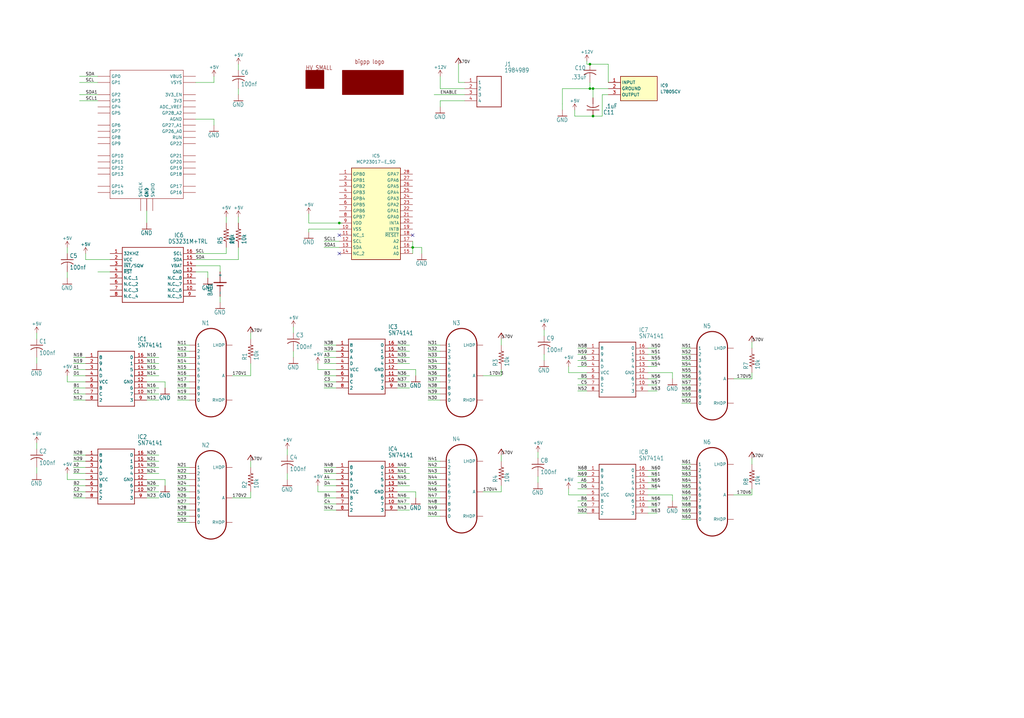
<source format=kicad_sch>
(kicad_sch (version 20230121) (generator eeschema)
  (paper "User" 425.45 298.45)
  (junction (at 245.11 36.83))
  (junction (at 246.38 36.83))
  (junction (at 245.11 26.67))
  (junction (at 246.38 48.26))
  (junction (at 140.97 92.71))
  (junction (at 171.45 102.87))
  (no_connect (at 171.45 97.79))
  (no_connect (at 140.97 105.41))
  (no_connect (at 140.97 97.79))
  (wire (pts (xy 269.24 210.82) (xy 273.05 210.82)))
  (wire (pts (xy 104.14 194.31) (xy 104.14 191.77)) (stroke (width 0.1524)))
  (wire (pts (xy 279.4 154.94) (xy 279.4 157.48)) (stroke (width 0.1524)))
  (wire (pts (xy 182.88 146.05) (xy 177.8 146.05)) (stroke (width 0.1524)))
  (wire (pts (xy 252.73 39.37) (xy 250.19 39.37)))
  (wire (pts (xy 78.74 156.21) (xy 73.66 156.21)) (stroke (width 0.1524)))
  (wire (pts (xy 81.28 105.41) (xy 93.98 105.41)) (stroke (width 0.1524)))
  (wire (pts (xy 283.21 215.9) (xy 287.02 215.9)))
  (wire (pts (xy 78.74 143.51) (xy 73.66 143.51)) (stroke (width 0.1524)))
  (wire (pts (xy 283.21 210.82) (xy 287.02 210.82)))
  (wire (pts (xy 182.88 204.47) (xy 177.8 204.47)) (stroke (width 0.1524)))
  (wire (pts (xy 240.03 144.78) (xy 243.84 144.78)))
  (wire (pts (xy 15.24 186.69) (xy 15.24 184.15)) (stroke (width 0.1524)))
  (wire (pts (xy 312.42 203.2) (xy 312.42 205.74)))
  (wire (pts (xy 208.28 204.47) (xy 208.28 201.93)) (stroke (width 0.1524)))
  (wire (pts (xy 165.1 194.31) (xy 170.18 194.31)) (stroke (width 0.1524)))
  (wire (pts (xy 269.24 162.56) (xy 273.05 162.56)))
  (wire (pts (xy 165.1 199.39) (xy 170.18 199.39)) (stroke (width 0.1524)))
  (wire (pts (xy 182.88 163.83) (xy 177.8 163.83)) (stroke (width 0.1524)))
  (wire (pts (xy 182.88 209.55) (xy 177.8 209.55)) (stroke (width 0.1524)))
  (wire (pts (xy 78.74 209.55) (xy 73.66 209.55)) (stroke (width 0.1524)))
  (wire (pts (xy 60.96 161.29) (xy 66.04 161.29)) (stroke (width 0.1524)))
  (wire (pts (xy 165.1 156.21) (xy 170.18 156.21)) (stroke (width 0.1524)))
  (wire (pts (xy 128.27 95.25) (xy 128.27 96.52)))
  (wire (pts (xy 240.03 195.58) (xy 243.84 195.58)))
  (wire (pts (xy 78.74 161.29) (xy 73.66 161.29)) (stroke (width 0.1524)))
  (wire (pts (xy 86.36 113.03) (xy 86.36 115.57)) (stroke (width 0.1524)))
  (wire (pts (xy 99.06 36.83) (xy 99.06 39.37)) (stroke (width 0.1524)))
  (wire (pts (xy 182.88 36.83) (xy 182.88 31.75)) (stroke (width 0.1524)))
  (wire (pts (xy 240.03 203.2) (xy 243.84 203.2)))
  (wire (pts (xy 139.7 196.85) (xy 134.62 196.85)) (stroke (width 0.1524)))
  (wire (pts (xy 283.21 162.56) (xy 287.02 162.56)))
  (wire (pts (xy 134.62 100.33) (xy 140.97 100.33)))
  (wire (pts (xy 236.22 205.74) (xy 236.22 203.2)) (stroke (width 0.1524)))
  (wire (pts (xy 233.68 36.83) (xy 233.68 43.18)))
  (wire (pts (xy 45.72 113.03) (xy 40.64 113.03)) (stroke (width 0.1524)))
  (wire (pts (xy 269.24 144.78) (xy 273.05 144.78)))
  (wire (pts (xy 246.38 36.83) (xy 252.73 36.83)))
  (wire (pts (xy 81.28 110.49) (xy 91.44 110.49)) (stroke (width 0.1524)))
  (wire (pts (xy 269.24 205.74) (xy 279.4 205.74)) (stroke (width 0.1524)))
  (wire (pts (xy 165.1 196.85) (xy 170.18 196.85)) (stroke (width 0.1524)))
  (wire (pts (xy 88.9 34.29) (xy 88.9 31.75)) (stroke (width 0.1524)))
  (wire (pts (xy 165.1 148.59) (xy 170.18 148.59)) (stroke (width 0.1524)))
  (wire (pts (xy 226.06 139.7) (xy 226.06 137.16)) (stroke (width 0.1524)))
  (wire (pts (xy 35.56 196.85) (xy 30.48 196.85)) (stroke (width 0.1524)))
  (wire (pts (xy 78.74 199.39) (xy 73.66 199.39)) (stroke (width 0.1524)))
  (wire (pts (xy 182.88 161.29) (xy 177.8 161.29)) (stroke (width 0.1524)))
  (wire (pts (xy 182.88 194.31) (xy 177.8 194.31)) (stroke (width 0.1524)))
  (wire (pts (xy 139.7 199.39) (xy 134.62 199.39)) (stroke (width 0.1524)))
  (wire (pts (xy 243.84 154.94) (xy 236.22 154.94)) (stroke (width 0.1524)))
  (wire (pts (xy 134.62 102.87) (xy 140.97 102.87)))
  (wire (pts (xy 165.1 161.29) (xy 170.18 161.29)) (stroke (width 0.1524)))
  (wire (pts (xy 88.9 49.53) (xy 88.9 52.07)) (stroke (width 0.1524)))
  (wire (pts (xy 238.76 45.72) (xy 238.76 48.26)))
  (wire (pts (xy 233.68 43.18) (xy 233.68 45.72)) (stroke (width 0.1524)))
  (wire (pts (xy 200.66 204.47) (xy 208.28 204.47)) (stroke (width 0.1524)))
  (wire (pts (xy 182.88 212.09) (xy 177.8 212.09)) (stroke (width 0.1524)))
  (wire (pts (xy 93.98 92.71) (xy 93.98 90.17)) (stroke (width 0.1524)))
  (wire (pts (xy 139.7 148.59) (xy 134.62 148.59)) (stroke (width 0.1524)))
  (wire (pts (xy 15.24 194.31) (xy 15.24 196.85)) (stroke (width 0.1524)))
  (wire (pts (xy 190.5 34.29) (xy 193.04 34.29)) (stroke (width 0.1524)))
  (wire (pts (xy 240.03 149.86) (xy 243.84 149.86)))
  (wire (pts (xy 139.7 212.09) (xy 134.62 212.09)) (stroke (width 0.1524)))
  (wire (pts (xy 193.04 41.91) (xy 182.88 41.91)) (stroke (width 0.1524)))
  (wire (pts (xy 60.96 151.13) (xy 66.04 151.13)) (stroke (width 0.1524)))
  (wire (pts (xy 139.7 161.29) (xy 134.62 161.29)) (stroke (width 0.1524)))
  (wire (pts (xy 132.08 153.67) (xy 132.08 151.13)) (stroke (width 0.1524)))
  (wire (pts (xy 269.24 203.2) (xy 273.05 203.2)))
  (wire (pts (xy 27.94 199.39) (xy 27.94 196.85)) (stroke (width 0.1524)))
  (wire (pts (xy 283.21 203.2) (xy 287.02 203.2)))
  (wire (pts (xy 78.74 196.85) (xy 73.66 196.85)) (stroke (width 0.1524)))
  (wire (pts (xy 78.74 194.31) (xy 73.66 194.31)) (stroke (width 0.1524)))
  (wire (pts (xy 182.88 148.59) (xy 177.8 148.59)) (stroke (width 0.1524)))
  (wire (pts (xy 139.7 151.13) (xy 134.62 151.13)) (stroke (width 0.1524)))
  (wire (pts (xy 30.48 163.83) (xy 35.56 163.83)) (stroke (width 0.1524)))
  (wire (pts (xy 40.64 31.75) (xy 33.02 31.75)) (stroke (width 0.1524)))
  (wire (pts (xy 78.74 204.47) (xy 73.66 204.47)) (stroke (width 0.1524)))
  (wire (pts (xy 269.24 152.4) (xy 273.05 152.4)))
  (wire (pts (xy 78.74 151.13) (xy 73.66 151.13)) (stroke (width 0.1524)))
  (wire (pts (xy 165.1 204.47) (xy 172.72 204.47)) (stroke (width 0.1524)))
  (wire (pts (xy 245.11 26.67) (xy 252.73 26.67)))
  (wire (pts (xy 190.5 26.67) (xy 190.5 34.29)) (stroke (width 0.1524)))
  (wire (pts (xy 243.84 205.74) (xy 236.22 205.74)) (stroke (width 0.1524)))
  (wire (pts (xy 35.56 158.75) (xy 27.94 158.75)) (stroke (width 0.1524)))
  (wire (pts (xy 139.7 146.05) (xy 134.62 146.05)) (stroke (width 0.1524)))
  (wire (pts (xy 165.1 201.93) (xy 170.18 201.93)) (stroke (width 0.1524)))
  (wire (pts (xy 182.88 158.75) (xy 177.8 158.75)) (stroke (width 0.1524)))
  (wire (pts (xy 283.21 154.94) (xy 287.02 154.94)))
  (wire (pts (xy 35.56 148.59) (xy 30.48 148.59)) (stroke (width 0.1524)))
  (wire (pts (xy 104.14 207.01) (xy 104.14 204.47)) (stroke (width 0.1524)))
  (wire (pts (xy 66.04 194.31) (xy 60.96 194.31)) (stroke (width 0.1524)))
  (wire (pts (xy 269.24 147.32) (xy 273.05 147.32)))
  (wire (pts (xy 165.1 143.51) (xy 170.18 143.51)) (stroke (width 0.1524)))
  (wire (pts (xy 238.76 48.26) (xy 246.38 48.26)))
  (wire (pts (xy 283.21 157.48) (xy 287.02 157.48)))
  (wire (pts (xy 139.7 153.67) (xy 132.08 153.67)) (stroke (width 0.1524)))
  (wire (pts (xy 134.62 209.55) (xy 139.7 209.55)) (stroke (width 0.1524)))
  (wire (pts (xy 78.74 212.09) (xy 73.66 212.09)) (stroke (width 0.1524)))
  (wire (pts (xy 139.7 204.47) (xy 132.08 204.47)) (stroke (width 0.1524)))
  (wire (pts (xy 139.7 158.75) (xy 134.62 158.75)) (stroke (width 0.1524)))
  (wire (pts (xy 93.98 105.41) (xy 93.98 102.87)) (stroke (width 0.1524)))
  (wire (pts (xy 283.21 205.74) (xy 287.02 205.74)))
  (wire (pts (xy 182.88 214.63) (xy 177.8 214.63)) (stroke (width 0.1524)))
  (wire (pts (xy 279.4 205.74) (xy 279.4 208.28)) (stroke (width 0.1524)))
  (wire (pts (xy 171.45 100.33) (xy 171.45 102.87)))
  (wire (pts (xy 252.73 26.67) (xy 252.73 34.29)))
  (wire (pts (xy 269.24 208.28) (xy 273.05 208.28)))
  (wire (pts (xy 139.7 201.93) (xy 134.62 201.93)) (stroke (width 0.1524)))
  (wire (pts (xy 182.88 196.85) (xy 177.8 196.85)) (stroke (width 0.1524)))
  (wire (pts (xy 78.74 163.83) (xy 73.66 163.83)) (stroke (width 0.1524)))
  (wire (pts (xy 78.74 148.59) (xy 73.66 148.59)) (stroke (width 0.1524)))
  (wire (pts (xy 240.03 152.4) (xy 243.84 152.4)))
  (wire (pts (xy 208.28 143.51) (xy 208.28 140.97)) (stroke (width 0.1524)))
  (wire (pts (xy 60.96 207.01) (xy 66.04 207.01)) (stroke (width 0.1524)))
  (wire (pts (xy 283.21 193.04) (xy 287.02 193.04)))
  (wire (pts (xy 283.21 213.36) (xy 287.02 213.36)))
  (wire (pts (xy 78.74 146.05) (xy 73.66 146.05)) (stroke (width 0.1524)))
  (wire (pts (xy 33.02 41.91) (xy 40.64 41.91)))
  (wire (pts (xy 60.96 153.67) (xy 66.04 153.67)) (stroke (width 0.1524)))
  (wire (pts (xy 139.7 207.01) (xy 134.62 207.01)) (stroke (width 0.1524)))
  (wire (pts (xy 246.38 36.83) (xy 246.38 40.64)))
  (wire (pts (xy 236.22 154.94) (xy 236.22 152.4)) (stroke (width 0.1524)))
  (wire (pts (xy 175.26 102.87) (xy 175.26 105.41)))
  (wire (pts (xy 78.74 166.37) (xy 73.66 166.37)) (stroke (width 0.1524)))
  (wire (pts (xy 60.96 196.85) (xy 66.04 196.85)) (stroke (width 0.1524)))
  (wire (pts (xy 99.06 92.71) (xy 99.06 90.17)) (stroke (width 0.1524)))
  (wire (pts (xy 283.21 152.4) (xy 287.02 152.4)))
  (wire (pts (xy 312.42 144.78) (xy 312.42 142.24)) (stroke (width 0.1524)))
  (wire (pts (xy 240.03 208.28) (xy 243.84 208.28)))
  (wire (pts (xy 35.56 166.37) (xy 30.48 166.37)) (stroke (width 0.1524)))
  (wire (pts (xy 165.1 151.13) (xy 170.18 151.13)) (stroke (width 0.1524)))
  (wire (pts (xy 245.11 34.29) (xy 245.11 36.83)))
  (wire (pts (xy 35.56 153.67) (xy 30.48 153.67)) (stroke (width 0.1524)))
  (wire (pts (xy 182.88 156.21) (xy 177.8 156.21)) (stroke (width 0.1524)))
  (wire (pts (xy 182.88 153.67) (xy 177.8 153.67)) (stroke (width 0.1524)))
  (wire (pts (xy 40.64 34.29) (xy 33.02 34.29)) (stroke (width 0.1524)))
  (wire (pts (xy 165.1 158.75) (xy 170.18 158.75)) (stroke (width 0.1524)))
  (wire (pts (xy 269.24 157.48) (xy 273.05 157.48)))
  (wire (pts (xy 119.38 189.23) (xy 119.38 186.69)) (stroke (width 0.1524)))
  (wire (pts (xy 269.24 195.58) (xy 273.05 195.58)))
  (wire (pts (xy 132.08 204.47) (xy 132.08 201.93)) (stroke (width 0.1524)))
  (wire (pts (xy 91.44 123.19) (xy 91.44 125.73)) (stroke (width 0.1524)))
  (wire (pts (xy 240.03 198.12) (xy 243.84 198.12)))
  (wire (pts (xy 165.1 146.05) (xy 170.18 146.05)) (stroke (width 0.1524)))
  (wire (pts (xy 283.21 144.78) (xy 287.02 144.78)))
  (wire (pts (xy 15.24 140.97) (xy 15.24 138.43)) (stroke (width 0.1524)))
  (wire (pts (xy 35.56 207.01) (xy 30.48 207.01)) (stroke (width 0.1524)))
  (wire (pts (xy 246.38 48.26) (xy 250.19 48.26)))
  (wire (pts (xy 60.96 148.59) (xy 66.04 148.59)) (stroke (width 0.1524)))
  (wire (pts (xy 245.11 36.83) (xy 246.38 36.83)))
  (wire (pts (xy 99.06 107.95) (xy 99.06 102.87)) (stroke (width 0.1524)))
  (wire (pts (xy 269.24 154.94) (xy 279.4 154.94)) (stroke (width 0.1524)))
  (wire (pts (xy 35.56 191.77) (xy 30.48 191.77)) (stroke (width 0.1524)))
  (wire (pts (xy 35.56 151.13) (xy 30.48 151.13)) (stroke (width 0.1524)))
  (wire (pts (xy 193.04 39.37) (xy 180.34 39.37)) (stroke (width 0.1524)))
  (wire (pts (xy 283.21 200.66) (xy 287.02 200.66)))
  (wire (pts (xy 165.1 209.55) (xy 170.18 209.55)) (stroke (width 0.1524)))
  (wire (pts (xy 182.88 41.91) (xy 182.88 44.45)) (stroke (width 0.1524)))
  (wire (pts (xy 182.88 207.01) (xy 177.8 207.01)) (stroke (width 0.1524)))
  (wire (pts (xy 60.96 199.39) (xy 68.58 199.39)) (stroke (width 0.1524)))
  (wire (pts (xy 78.74 217.17) (xy 73.66 217.17)) (stroke (width 0.1524)))
  (wire (pts (xy 312.42 193.04) (xy 312.42 190.5)) (stroke (width 0.1524)))
  (wire (pts (xy 81.28 113.03) (xy 86.36 113.03)) (stroke (width 0.1524)))
  (wire (pts (xy 269.24 213.36) (xy 273.05 213.36)))
  (wire (pts (xy 35.56 199.39) (xy 27.94 199.39)) (stroke (width 0.1524)))
  (wire (pts (xy 283.21 160.02) (xy 287.02 160.02)))
  (wire (pts (xy 60.96 166.37) (xy 66.04 166.37)) (stroke (width 0.1524)))
  (wire (pts (xy 96.52 156.21) (xy 104.14 156.21)) (stroke (width 0.1524)))
  (wire (pts (xy 165.1 153.67) (xy 172.72 153.67)) (stroke (width 0.1524)))
  (wire (pts (xy 60.96 201.93) (xy 66.04 201.93)) (stroke (width 0.1524)))
  (wire (pts (xy 33.02 39.37) (xy 40.64 39.37)))
  (wire (pts (xy 60.96 204.47) (xy 66.04 204.47)) (stroke (width 0.1524)))
  (wire (pts (xy 78.74 214.63) (xy 73.66 214.63)) (stroke (width 0.1524)))
  (wire (pts (xy 35.56 161.29) (xy 30.48 161.29)) (stroke (width 0.1524)))
  (wire (pts (xy 139.7 194.31) (xy 134.62 194.31)) (stroke (width 0.1524)))
  (wire (pts (xy 139.7 143.51) (xy 134.62 143.51)) (stroke (width 0.1524)))
  (wire (pts (xy 81.28 49.53) (xy 88.9 49.53)) (stroke (width 0.1524)))
  (wire (pts (xy 60.96 191.77) (xy 66.04 191.77)) (stroke (width 0.1524)))
  (wire (pts (xy 283.21 149.86) (xy 287.02 149.86)))
  (wire (pts (xy 104.14 156.21) (xy 104.14 151.13)) (stroke (width 0.1524)))
  (wire (pts (xy 200.66 156.21) (xy 208.28 156.21)) (stroke (width 0.1524)))
  (wire (pts (xy 240.03 157.48) (xy 243.84 157.48)))
  (wire (pts (xy 139.7 156.21) (xy 134.62 156.21)) (stroke (width 0.1524)))
  (wire (pts (xy 45.72 107.95) (xy 35.56 107.95)) (stroke (width 0.1524)))
  (wire (pts (xy 27.94 113.03) (xy 27.94 115.57)) (stroke (width 0.1524)))
  (wire (pts (xy 35.56 204.47) (xy 30.48 204.47)) (stroke (width 0.1524)))
  (wire (pts (xy 182.88 201.93) (xy 177.8 201.93)) (stroke (width 0.1524)))
  (wire (pts (xy 283.21 167.64) (xy 287.02 167.64)))
  (wire (pts (xy 35.56 156.21) (xy 30.48 156.21)) (stroke (width 0.1524)))
  (wire (pts (xy 81.28 107.95) (xy 99.06 107.95)) (stroke (width 0.1524)))
  (wire (pts (xy 240.03 162.56) (xy 243.84 162.56)))
  (wire (pts (xy 226.06 147.32) (xy 226.06 149.86)) (stroke (width 0.1524)))
  (wire (pts (xy 99.06 29.21) (xy 99.06 26.67)) (stroke (width 0.1524)))
  (wire (pts (xy 269.24 198.12) (xy 273.05 198.12)))
  (wire (pts (xy 60.96 156.21) (xy 66.04 156.21)) (stroke (width 0.1524)))
  (wire (pts (xy 60.96 158.75) (xy 68.58 158.75)) (stroke (width 0.1524)))
  (wire (pts (xy 233.68 36.83) (xy 245.11 36.83)))
  (wire (pts (xy 240.03 200.66) (xy 243.84 200.66)))
  (wire (pts (xy 243.84 26.67) (xy 245.11 26.67)))
  (wire (pts (xy 60.96 87.63) (xy 60.96 92.71)) (stroke (width 0.1524)))
  (wire (pts (xy 15.24 148.59) (xy 15.24 151.13)) (stroke (width 0.1524)))
  (wire (pts (xy 269.24 200.66) (xy 273.05 200.66)))
  (wire (pts (xy 283.21 195.58) (xy 287.02 195.58)))
  (wire (pts (xy 269.24 160.02) (xy 273.05 160.02)))
  (wire (pts (xy 182.88 166.37) (xy 177.8 166.37)) (stroke (width 0.1524)))
  (wire (pts (xy 283.21 208.28) (xy 287.02 208.28)))
  (wire (pts (xy 104.14 140.97) (xy 104.14 138.43)) (stroke (width 0.1524)))
  (wire (pts (xy 27.94 158.75) (xy 27.94 156.21)) (stroke (width 0.1524)))
  (wire (pts (xy 240.03 160.02) (xy 243.84 160.02)))
  (wire (pts (xy 240.03 213.36) (xy 243.84 213.36)))
  (wire (pts (xy 223.52 190.5) (xy 223.52 187.96)) (stroke (width 0.1524)))
  (wire (pts (xy 121.92 138.43) (xy 121.92 135.89)) (stroke (width 0.1524)))
  (wire (pts (xy 171.45 102.87) (xy 171.45 105.41)))
  (wire (pts (xy 119.38 196.85) (xy 119.38 199.39)) (stroke (width 0.1524)))
  (wire (pts (xy 165.1 207.01) (xy 170.18 207.01)) (stroke (width 0.1524)))
  (wire (pts (xy 182.88 143.51) (xy 177.8 143.51)) (stroke (width 0.1524)))
  (wire (pts (xy 140.97 95.25) (xy 128.27 95.25)))
  (wire (pts (xy 35.56 107.95) (xy 35.56 105.41)) (stroke (width 0.1524)))
  (wire (pts (xy 96.52 207.01) (xy 104.14 207.01)) (stroke (width 0.1524)))
  (wire (pts (xy 240.03 210.82) (xy 243.84 210.82)))
  (wire (pts (xy 78.74 201.93) (xy 73.66 201.93)) (stroke (width 0.1524)))
  (wire (pts (xy 27.94 105.41) (xy 27.94 102.87)) (stroke (width 0.1524)))
  (wire (pts (xy 240.03 147.32) (xy 243.84 147.32)))
  (wire (pts (xy 142.24 92.71) (xy 140.97 92.71)))
  (wire (pts (xy 283.21 147.32) (xy 287.02 147.32)))
  (wire (pts (xy 165.1 212.09) (xy 170.18 212.09)) (stroke (width 0.1524)))
  (wire (pts (xy 269.24 149.86) (xy 273.05 149.86)))
  (wire (pts (xy 35.56 189.23) (xy 30.48 189.23)) (stroke (width 0.1524)))
  (wire (pts (xy 78.74 153.67) (xy 73.66 153.67)) (stroke (width 0.1524)))
  (wire (pts (xy 208.28 191.77) (xy 208.28 189.23)) (stroke (width 0.1524)))
  (wire (pts (xy 250.19 39.37) (xy 250.19 48.26)))
  (wire (pts (xy 68.58 158.75) (xy 68.58 161.29)) (stroke (width 0.1524)))
  (wire (pts (xy 312.42 157.48) (xy 304.8 157.48)))
  (wire (pts (xy 182.88 199.39) (xy 177.8 199.39)) (stroke (width 0.1524)))
  (wire (pts (xy 243.84 25.4) (xy 243.84 26.67)))
  (wire (pts (xy 182.88 151.13) (xy 177.8 151.13)) (stroke (width 0.1524)))
  (wire (pts (xy 172.72 153.67) (xy 172.72 156.21)) (stroke (width 0.1524)))
  (wire (pts (xy 81.28 34.29) (xy 88.9 34.29)) (stroke (width 0.1524)))
  (wire (pts (xy 91.44 110.49) (xy 91.44 113.03)) (stroke (width 0.1524)))
  (wire (pts (xy 78.74 158.75) (xy 73.66 158.75)) (stroke (width 0.1524)))
  (wire (pts (xy 171.45 102.87) (xy 175.26 102.87)))
  (wire (pts (xy 68.58 199.39) (xy 68.58 201.93)) (stroke (width 0.1524)))
  (wire (pts (xy 182.88 36.83) (xy 193.04 36.83)) (stroke (width 0.1524)))
  (wire (pts (xy 78.74 207.01) (xy 73.66 207.01)) (stroke (width 0.1524)))
  (wire (pts (xy 60.96 163.83) (xy 66.04 163.83)) (stroke (width 0.1524)))
  (wire (pts (xy 35.56 194.31) (xy 30.48 194.31)) (stroke (width 0.1524)))
  (wire (pts (xy 304.8 205.74) (xy 312.42 205.74)))
  (wire (pts (xy 172.72 204.47) (xy 172.72 207.01)) (stroke (width 0.1524)))
  (wire (pts (xy 140.97 92.71) (xy 128.27 92.71)))
  (wire (pts (xy 223.52 198.12) (xy 223.52 200.66)) (stroke (width 0.1524)))
  (wire (pts (xy 35.56 201.93) (xy 30.48 201.93)) (stroke (width 0.1524)))
  (wire (pts (xy 121.92 146.05) (xy 121.92 148.59)) (stroke (width 0.1524)))
  (wire (pts (xy 60.96 189.23) (xy 66.04 189.23)) (stroke (width 0.1524)))
  (wire (pts (xy 128.27 88.9) (xy 128.27 92.71)))
  (wire (pts (xy 182.88 191.77) (xy 177.8 191.77)) (stroke (width 0.1524)))
  (wire (pts (xy 312.42 154.94) (xy 312.42 157.48)))
  (wire (pts (xy 208.28 156.21) (xy 208.28 153.67)) (stroke (width 0.1524)))
  (wire (pts (xy 283.21 165.1) (xy 287.02 165.1)))
  (wire (pts (xy 283.21 198.12) (xy 287.02 198.12)))
  (label "N29" (at 30.48 191.77 0) (effects (font (size 1.2446 1.2446))))
  (label "N27" (at 73.66 209.55 0) (effects (font (size 1.2446 1.2446))))
  (label "N51" (at 283.21 144.78 0))
  (label "N20" (at 60.96 189.23 0) (effects (font (size 1.2446 1.2446))))
  (label "N26" (at 73.66 207.01 0) (effects (font (size 1.2446 1.2446))))
  (label "N17" (at 60.96 163.83 0) (effects (font (size 1.2446 1.2446))))
  (label "N37" (at 177.8 158.75 0) (effects (font (size 1.2446 1.2446))))
  (label "N15" (at 60.96 153.67 0) (effects (font (size 1.2446 1.2446))))
  (label "N60" (at 283.21 215.9 0))
  (label "170V" (at 312.42 190.5 0) (effects (font (size 1.2446 1.2446))))
  (label "N45" (at 165.1 199.39 0) (effects (font (size 1.2446 1.2446))))
  (label "N39" (at 134.62 146.05 0) (effects (font (size 1.2446 1.2446))))
  (label "N67" (at 283.21 208.28 0))
  (label "B4" (at 134.62 207.01 0) (effects (font (size 1.2446 1.2446))))
  (label "N68" (at 240.03 195.58 0))
  (label "N46" (at 165.1 207.01 0) (effects (font (size 1.2446 1.2446))))
  (label "170V" (at 208.28 189.23 0) (effects (font (size 1.2446 1.2446))))
  (label "N56" (at 283.21 157.48 0))
  (label "SCL" (at 35.56 34.29 0) (effects (font (size 1.2446 1.2446))))
  (label "N49" (at 177.8 212.09 0) (effects (font (size 1.2446 1.2446))))
  (label "N68" (at 283.21 210.82 0))
  (label "N69" (at 283.21 213.36 0))
  (label "N55" (at 283.21 154.94 0))
  (label "B2" (at 30.48 201.93 0) (effects (font (size 1.2446 1.2446))))
  (label "C2" (at 30.48 204.47 0) (effects (font (size 1.2446 1.2446))))
  (label "D3" (at 134.62 151.13 0) (effects (font (size 1.2446 1.2446))))
  (label "N24" (at 60.96 196.85 0) (effects (font (size 1.2446 1.2446))))
  (label "N61" (at 283.21 193.04 0))
  (label "N59" (at 240.03 147.32 0))
  (label "B6" (at 241.3 208.28 0))
  (label "170V" (at 190.5 26.67 0) (effects (font (size 1.2446 1.2446))))
  (label "170V1" (at 96.52 156.21 0) (effects (font (size 1.2446 1.2446))))
  (label "D2" (at 30.48 196.85 0) (effects (font (size 1.2446 1.2446))))
  (label "ENABLE" (at 182.88 39.37 0) (effects (font (size 1.2446 1.2446))))
  (label "N65" (at 270.51 200.66 0))
  (label "N33" (at 165.1 161.29 0) (effects (font (size 1.2446 1.2446))))
  (label "N22" (at 73.66 196.85 0) (effects (font (size 1.2446 1.2446))))
  (label "N28" (at 73.66 212.09 0) (effects (font (size 1.2446 1.2446))))
  (label "N32" (at 177.8 146.05 0) (effects (font (size 1.2446 1.2446))))
  (label "N16" (at 73.66 156.21 0) (effects (font (size 1.2446 1.2446))))
  (label "SDA1" (at 134.62 102.87 0))
  (label "N12" (at 73.66 146.05 0) (effects (font (size 1.2446 1.2446))))
  (label "N62" (at 240.03 213.36 0))
  (label "170V" (at 104.14 191.77 0) (effects (font (size 1.2446 1.2446))))
  (label "B5" (at 241.3 157.48 0))
  (label "SCL1" (at 35.56 41.91 0))
  (label "A2" (at 30.48 194.31 0) (effects (font (size 1.2446 1.2446))))
  (label "N54" (at 283.21 152.4 0))
  (label "C4" (at 134.62 209.55 0) (effects (font (size 1.2446 1.2446))))
  (label "N52" (at 283.21 147.32 0))
  (label "N26" (at 60.96 201.93 0) (effects (font (size 1.2446 1.2446))))
  (label "N16" (at 60.96 161.29 0) (effects (font (size 1.2446 1.2446))))
  (label "N50" (at 283.21 167.64 0))
  (label "N42" (at 134.62 212.09 0) (effects (font (size 1.2446 1.2446))))
  (label "C1" (at 30.48 163.83 0) (effects (font (size 1.2446 1.2446))))
  (label "N45" (at 177.8 201.93 0) (effects (font (size 1.2446 1.2446))))
  (label "N32" (at 134.62 161.29 0) (effects (font (size 1.2446 1.2446))))
  (label "N60" (at 270.51 195.58 0))
  (label "N23" (at 60.96 207.01 0) (effects (font (size 1.2446 1.2446))))
  (label "N20" (at 73.66 217.17 0) (effects (font (size 1.2446 1.2446))))
  (label "N49" (at 134.62 196.85 0) (effects (font (size 1.2446 1.2446))))
  (label "N24" (at 73.66 201.93 0) (effects (font (size 1.2446 1.2446))))
  (label "170V" (at 208.28 140.97 0) (effects (font (size 1.2446 1.2446))))
  (label "B3" (at 134.62 156.21 0) (effects (font (size 1.2446 1.2446))))
  (label "N19" (at 73.66 163.83 0) (effects (font (size 1.2446 1.2446))))
  (label "SDA" (at 81.28 107.95 0) (effects (font (size 1.2446 1.2446))))
  (label "N44" (at 177.8 199.39 0) (effects (font (size 1.2446 1.2446))))
  (label "D1" (at 30.48 156.21 0) (effects (font (size 1.2446 1.2446))))
  (label "A5" (at 241.3 149.86 0))
  (label "N50" (at 270.51 144.78 0))
  (label "N39" (at 177.8 163.83 0) (effects (font (size 1.2446 1.2446))))
  (label "N36" (at 165.1 156.21 0) (effects (font (size 1.2446 1.2446))))
  (label "A6" (at 241.3 200.66 0))
  (label "SCL1" (at 134.62 100.33 0))
  (label "N47" (at 177.8 207.01 0) (effects (font (size 1.2446 1.2446))))
  (label "A4" (at 134.62 199.39 0) (effects (font (size 1.2446 1.2446))))
  (label "SCL" (at 81.28 105.41 0) (effects (font (size 1.2446 1.2446))))
  (label "N41" (at 165.1 196.85 0) (effects (font (size 1.2446 1.2446))))
  (label "B1" (at 30.48 161.29 0) (effects (font (size 1.2446 1.2446))))
  (label "N40" (at 165.1 194.31 0) (effects (font (size 1.2446 1.2446))))
  (label "N63" (at 270.51 213.36 0))
  (label "N65" (at 283.21 203.2 0))
  (label "N58" (at 283.21 162.56 0))
  (label "N10" (at 73.66 166.37 0) (effects (font (size 1.2446 1.2446))))
  (label "170V2" (at 96.52 207.01 0) (effects (font (size 1.2446 1.2446))))
  (label "N58" (at 240.03 144.78 0))
  (label "N12" (at 30.48 166.37 0) (effects (font (size 1.2446 1.2446))))
  (label "N46" (at 177.8 204.47 0) (effects (font (size 1.2446 1.2446))))
  (label "N15" (at 73.66 153.67 0) (effects (font (size 1.2446 1.2446))))
  (label "N53" (at 270.51 162.56 0))
  (label "N21" (at 60.96 191.77 0) (effects (font (size 1.2446 1.2446))))
  (label "N33" (at 177.8 148.59 0) (effects (font (size 1.2446 1.2446))))
  (label "170V6" (at 306.07 205.74 0))
  (label "N14" (at 60.96 156.21 0) (effects (font (size 1.2446 1.2446))))
  (label "N21" (at 73.66 194.31 0) (effects (font (size 1.2446 1.2446))))
  (label "N13" (at 60.96 166.37 0) (effects (font (size 1.2446 1.2446))))
  (label "N40" (at 177.8 214.63 0) (effects (font (size 1.2446 1.2446))))
  (label "N37" (at 165.1 158.75 0) (effects (font (size 1.2446 1.2446))))
  (label "N57" (at 283.21 160.02 0))
  (label "N17" (at 73.66 158.75 0) (effects (font (size 1.2446 1.2446))))
  (label "N27" (at 60.96 204.47 0) (effects (font (size 1.2446 1.2446))))
  (label "N11" (at 73.66 143.51 0) (effects (font (size 1.2446 1.2446))))
  (label "N42" (at 177.8 194.31 0) (effects (font (size 1.2446 1.2446))))
  (label "N69" (at 240.03 198.12 0))
  (label "N34" (at 177.8 151.13 0) (effects (font (size 1.2446 1.2446))))
  (label "N43" (at 177.8 196.85 0) (effects (font (size 1.2446 1.2446))))
  (label "170V" (at 104.14 138.43 0) (effects (font (size 1.2446 1.2446))))
  (label "N66" (at 270.51 208.28 0))
  (label "N43" (at 165.1 212.09 0) (effects (font (size 1.2446 1.2446))))
  (label "N52" (at 240.03 162.56 0))
  (label "N64" (at 283.21 200.66 0))
  (label "N25" (at 73.66 204.47 0) (effects (font (size 1.2446 1.2446))))
  (label "N63" (at 283.21 198.12 0))
  (label "C5" (at 241.3 160.02 0))
  (label "N18" (at 30.48 148.59 0) (effects (font (size 1.2446 1.2446))))
  (label "C3" (at 134.62 158.75 0) (effects (font (size 1.2446 1.2446))))
  (label "N31" (at 165.1 146.05 0) (effects (font (size 1.2446 1.2446))))
  (label "N41" (at 177.8 191.77 0) (effects (font (size 1.2446 1.2446))))
  (label "N13" (at 73.66 148.59 0) (effects (font (size 1.2446 1.2446))))
  (label "N38" (at 134.62 143.51 0) (effects (font (size 1.2446 1.2446))))
  (label "N35" (at 165.1 148.59 0) (effects (font (size 1.2446 1.2446))))
  (label "N35" (at 177.8 153.67 0) (effects (font (size 1.2446 1.2446))))
  (label "C6" (at 241.3 210.82 0))
  (label "N48" (at 177.8 209.55 0) (effects (font (size 1.2446 1.2446))))
  (label "N19" (at 30.48 151.13 0) (effects (font (size 1.2446 1.2446))))
  (label "170V3" (at 203.2 156.21 0) (effects (font (size 1.2446 1.2446))))
  (label "N44" (at 165.1 201.93 0) (effects (font (size 1.2446 1.2446))))
  (label "SDA1" (at 35.56 39.37 0))
  (label "170V4" (at 200.66 204.47 0) (effects (font (size 1.2446 1.2446))))
  (label "170V" (at 312.42 142.24 0) (effects (font (size 1.2446 1.2446))))
  (label "N11" (at 60.96 151.13 0) (effects (font (size 1.2446 1.2446))))
  (label "N62" (at 283.21 195.58 0))
  (label "N47" (at 165.1 209.55 0) (effects (font (size 1.2446 1.2446))))
  (label "N48" (at 134.62 194.31 0) (effects (font (size 1.2446 1.2446))))
  (label "N30" (at 177.8 166.37 0) (effects (font (size 1.2446 1.2446))))
  (label "D4" (at 134.62 201.93 0) (effects (font (size 1.2446 1.2446))))
  (label "N22" (at 30.48 207.01 0) (effects (font (size 1.2446 1.2446))))
  (label "N66" (at 283.21 205.74 0))
  (label "N59" (at 283.21 165.1 0))
  (label "D6" (at 241.3 203.2 0))
  (label "N10" (at 60.96 148.59 0) (effects (font (size 1.2446 1.2446))))
  (label "N18" (at 73.66 161.29 0) (effects (font (size 1.2446 1.2446))))
  (label "N31" (at 177.8 143.51 0) (effects (font (size 1.2446 1.2446))))
  (label "D5" (at 241.3 152.4 0))
  (label "N54" (at 270.51 152.4 0))
  (label "N57" (at 270.51 160.02 0))
  (label "N64" (at 270.51 203.2 0))
  (label "N28" (at 30.48 189.23 0) (effects (font (size 1.2446 1.2446))))
  (label "N38" (at 177.8 161.29 0) (effects (font (size 1.2446 1.2446))))
  (label "N55" (at 270.51 149.86 0))
  (label "N14" (at 73.66 151.13 0) (effects (font (size 1.2446 1.2446))))
  (label "N23" (at 73.66 199.39 0) (effects (font (size 1.2446 1.2446))))
  (label "N53" (at 283.21 149.86 0))
  (label "N34" (at 165.1 151.13 0) (effects (font (size 1.2446 1.2446))))
  (label "N51" (at 270.51 147.32 0))
  (label "A1" (at 30.48 153.67 0) (effects (font (size 1.2446 1.2446))))
  (label "N30" (at 165.1 143.51 0) (effects (font (size 1.2446 1.2446))))
  (label "N67" (at 270.51 210.82 0))
  (label "N25" (at 60.96 194.31 0) (effects (font (size 1.2446 1.2446))))
  (label "SDA" (at 35.56 31.75 0) (effects (font (size 1.2446 1.2446))))
  (label "170V5" (at 306.07 157.48 0))
  (label "N56" (at 270.51 157.48 0))
  (label "N36" (at 177.8 156.21 0) (effects (font (size 1.2446 1.2446))))
  (label "A3" (at 134.62 148.59 0) (effects (font (size 1.2446 1.2446))))
  (label "N29" (at 73.66 214.63 0) (effects (font (size 1.2446 1.2446))))
  (label "N61" (at 270.51 198.12 0))
  (symbol (lib_id "power:+5V") (at 93.98 90.17 0) (unit 1)
    (property "Reference" "#PWR09" (effects hide))
    (property "Value" "+5V" (at 93.98 86.36 0))
  )
  (symbol (lib_id "nixie-eagle-import:R-US_R0805") (at 312.42 198.12 90) (unit 1)
    (property "Reference" "R8" (at 310.9214 201.93 0) (effects (font (size 1.778 1.5113)) (justify left bottom)))
    (property "Value" "10k" (at 315.722 201.93 0) (effects (font (size 1.778 1.5113)) (justify left bottom)))
    (property "Footprint" "nixie:R0805" (effects hide))
  )
  (symbol (lib_id "nixie-eagle-import:R-US_R0805") (at 104.14 146.05 90) (unit 1)
    (property "Reference" "R1" (at 102.6414 149.86 0) (effects (font (size 1.778 1.5113)) (justify left bottom)))
    (property "Value" "10k" (at 107.442 149.86 0) (effects (font (size 1.778 1.5113)) (justify left bottom)))
    (property "Footprint" "nixie:R0805" (effects hide))
  )
  (symbol (lib_id "nixie-eagle-import:GND") (at 182.88 46.99 0) (unit 1)
    (property "Reference" "#GND012" (effects hide))
    (property "Value" "GND" (at 180.34 49.53 0) (effects (font (size 1.778 1.5113)) (justify left bottom)))
  )
  (symbol (lib_id "nixie-eagle-import:C-USC0805") (at 245.11 29.21 0) (unit 1)
    (property "Reference" "C10" (at 238.76 29.21 0) (effects (font (size 1.778 1.5113)) (justify left bottom)))
    (property "Value" ".33uF" (at 237.49 33.02 0) (effects (font (size 1.778 1.5113)) (justify left bottom)))
    (property "Footprint" "nixie:C0805" (effects hide))
  )
  (symbol (lib_id "nixie-eagle-import:SN74141") (at 139.7 143.51 0) (unit 1)
    (property "Reference" "IC3" (at 161.29 135.89 0) (effects (font (size 1.778 1.5113)) (justify left)))
    (property "Value" "SN74141" (at 161.29 138.43 0) (effects (font (size 1.778 1.5113)) (justify left)))
    (property "Footprint" "TimeExpander:DIP16-2.54-19.2X7.62MM" (effects hide))
  )
  (symbol (lib_id "power:+5V") (at 27.94 102.87 0) (unit 1)
    (property "Reference" "#PWR012" (effects hide))
    (property "Value" "+5V" (at 27.94 99.06 0))
  )
  (symbol (lib_id "power:+5V") (at 238.76 45.72 0) (unit 1)
    (property "Reference" "#PWR024" (effects hide))
    (property "Value" "+5V" (at 238.76 41.91 0))
  )
  (symbol (lib_id "nixie-eagle-import:GND") (at 60.96 95.25 0) (unit 1)
    (property "Reference" "#GND013" (effects hide))
    (property "Value" "GND" (at 58.42 97.79 0) (effects (font (size 1.778 1.5113)) (justify left bottom)))
  )
  (symbol (lib_id "power:+5V") (at 226.06 137.16 0) (unit 1)
    (property "Reference" "#PWR020" (effects hide))
    (property "Value" "+5V" (at 226.06 133.35 0))
  )
  (symbol (lib_id "nixie-eagle-import:IN-14") (at 190.5 201.93 0) (unit 1)
    (property "Reference" "N4" (at 187.96 183.515 0) (effects (font (size 1.778 1.5113)) (justify left bottom)))
    (property "Value" "IN-14" (effects hide))
    (property "Footprint" "nixie:IN-14" (effects hide))
  )
  (symbol (lib_id "nixie-eagle-import:R-US_R0805") (at 93.98 97.79 90) (unit 1)
    (property "Reference" "R5" (at 92.4814 101.6 0) (effects (font (size 1.778 1.5113)) (justify left bottom)))
    (property "Value" "10k" (at 97.282 101.6 0) (effects (font (size 1.778 1.5113)) (justify left bottom)))
    (property "Footprint" "nixie:R0805" (effects hide))
  )
  (symbol (lib_id "nixie-eagle-import:GND") (at 86.36 118.11 0) (unit 1)
    (property "Reference" "#GND010" (effects hide))
    (property "Value" "GND" (at 83.82 120.65 0) (effects (font (size 1.778 1.5113)) (justify left bottom)))
  )
  (symbol (lib_id "nixie-eagle-import:GND") (at 15.24 199.39 0) (unit 1)
    (property "Reference" "#GND07" (effects hide))
    (property "Value" "GND" (at 12.7 201.93 0) (effects (font (size 1.778 1.5113)) (justify left bottom)))
  )
  (symbol (lib_id "nixie-eagle-import:VCC") (at 208.28 138.43 0) (unit 1)
    (property "Reference" "#P+07" (effects hide))
    (property "Value" "VCC" (effects hide))
  )
  (symbol (lib_id "nixie-eagle-import:SN74141") (at 139.7 194.31 0) (unit 1)
    (property "Reference" "IC4" (at 161.29 186.69 0) (effects (font (size 1.778 1.5113)) (justify left)))
    (property "Value" "SN74141" (at 161.29 189.23 0) (effects (font (size 1.778 1.5113)) (justify left)))
    (property "Footprint" "TimeExpander:DIP16-2.54-19.2X7.62MM" (effects hide))
  )
  (symbol (lib_id "nixie-eagle-import:R-US_R0805") (at 99.06 97.79 90) (unit 1)
    (property "Reference" "R6" (at 97.5614 101.6 0) (effects (font (size 1.778 1.5113)) (justify left bottom)))
    (property "Value" "10k" (at 102.362 101.6 0) (effects (font (size 1.778 1.5113)) (justify left bottom)))
    (property "Footprint" "nixie:R0805" (effects hide))
  )
  (symbol (lib_id "nixie-eagle-import:C-USC0805") (at 27.94 107.95 0) (unit 1)
    (property "Reference" "C5" (at 28.956 107.315 0) (effects (font (size 1.778 1.5113)) (justify left bottom)))
    (property "Value" "100nf" (at 28.956 112.141 0) (effects (font (size 1.778 1.5113)) (justify left bottom)))
    (property "Footprint" "nixie:C0805" (effects hide))
  )
  (symbol (lib_id "nixie-eagle-import:GND") (at 68.58 163.83 0) (unit 1)
    (property "Reference" "#GND01" (effects hide))
    (property "Value" "GND" (at 66.04 166.37 0) (effects (font (size 1.778 1.5113)) (justify left bottom)))
  )
  (symbol (lib_id "nixie-eagle-import:R-US_R0805") (at 312.42 149.86 90) (unit 1)
    (property "Reference" "R7" (at 310.9214 153.67 0) (effects (font (size 1.778 1.5113)) (justify left bottom)))
    (property "Value" "10k" (at 315.722 153.67 0) (effects (font (size 1.778 1.5113)) (justify left bottom)))
    (property "Footprint" "nixie:R0805" (effects hide))
  )
  (symbol (lib_id "nixie-eagle-import:GND") (at 88.9 54.61 0) (unit 1)
    (property "Reference" "#GND016" (effects hide))
    (property "Value" "GND" (at 86.36 57.15 0) (effects (font (size 1.778 1.5113)) (justify left bottom)))
  )
  (symbol (lib_id "nixie-eagle-import:GND") (at 223.52 203.2 0) (unit 1)
    (property "Reference" "#GND018" (effects hide))
    (property "Value" "GND" (at 220.98 205.74 0) (effects (font (size 1.778 1.5113)) (justify left bottom)))
  )
  (symbol (lib_id "power:+5V") (at 132.08 201.93 0) (unit 1)
    (property "Reference" "#PWR018" (effects hide))
    (property "Value" "+5V" (at 132.08 198.12 0))
  )
  (symbol (lib_id "nixie-eagle-import:VCC") (at 190.5 24.13 0) (unit 1)
    (property "Reference" "#P+019" (effects hide))
    (property "Value" "VCC" (effects hide))
  )
  (symbol (lib_id "nixie-eagle-import:GND") (at 91.44 128.27 0) (unit 1)
    (property "Reference" "#GND09" (effects hide))
    (property "Value" "GND" (at 88.9 130.81 0) (effects (font (size 1.778 1.5113)) (justify left bottom)))
  )
  (symbol (lib_id "nixie-eagle-import:VCC") (at 208.28 186.69 0) (unit 1)
    (property "Reference" "#P+08" (effects hide))
    (property "Value" "VCC" (effects hide))
  )
  (symbol (lib_id "nixie-eagle-import:SN74141") (at 243.84 144.78 0) (unit 1)
    (property "Reference" "IC7" (at 265.43 137.16 0) (effects (font (size 1.778 1.5113)) (justify left)))
    (property "Value" "SN74141" (at 265.43 139.7 0) (effects (font (size 1.778 1.5113)) (justify left)))
    (property "Footprint" "TimeExpander:DIP16-2.54-19.2X7.62MM" (effects hide))
  )
  (symbol (lib_id "nixie-eagle-import:C-USC0805") (at 223.52 193.04 0) (unit 1)
    (property "Reference" "C8" (at 224.536 192.405 0) (effects (font (size 1.778 1.5113)) (justify left bottom)))
    (property "Value" "100nf" (at 224.536 197.231 0) (effects (font (size 1.778 1.5113)) (justify left bottom)))
    (property "Footprint" "nixie:C0805" (effects hide))
  )
  (symbol (lib_id "power:+12V") (at 182.88 31.75 0) (unit 1)
    (property "Reference" "#PWR01" (effects hide))
    (property "Value" "+12V" (at 182.88 27.94 0))
  )
  (symbol (lib_id "power:+5V") (at 223.52 187.96 0) (unit 1)
    (property "Reference" "#PWR019" (effects hide))
    (property "Value" "+5V" (at 223.52 184.15 0))
  )
  (symbol (lib_id "nixie-eagle-import:HVSMALL") (at 142.24 39.37 0) (unit 1)
    (property "Reference" "U$2" (effects hide))
    (property "Value" "HVSMALL" (effects hide))
    (property "Footprint" "nixie:HVSMALL" (effects hide))
  )
  (symbol (lib_id "nixie-eagle-import:BIGPP") (at 167.64 41.91 0) (unit 1)
    (property "Reference" "U$3" (effects hide))
    (property "Value" "BIGPP" (effects hide))
    (property "Footprint" "nixie:BIGPP" (effects hide))
  )
  (symbol (lib_id "power:+5V") (at 99.06 26.67 0) (unit 1)
    (property "Reference" "#PWR014" (effects hide))
    (property "Value" "+5V" (at 99.06 22.86 0))
  )
  (symbol (lib_id "nixie-eagle-import:SN2032") (at 91.44 118.11 90) (unit 1)
    (property "Reference" "BAT1" (at 86.36 123.19 0) (effects (font (size 1.778 1.5113)) (justify left top)))
    (property "Value" "SN2032" (effects hide))
    (property "Footprint" "nixie:SN2032" (effects hide))
  )
  (symbol (lib_id "nixie-eagle-import:GND") (at 15.24 153.67 0) (unit 1)
    (property "Reference" "#GND08" (effects hide))
    (property "Value" "GND" (at 12.7 156.21 0) (effects (font (size 1.778 1.5113)) (justify left bottom)))
  )
  (symbol (lib_id "nixie-eagle-import:GND") (at 119.38 201.93 0) (unit 1)
    (property "Reference" "#GND06" (effects hide))
    (property "Value" "GND" (at 116.84 204.47 0) (effects (font (size 1.778 1.5113)) (justify left bottom)))
  )
  (symbol (lib_id "power:+5V") (at 236.22 203.2 0) (unit 1)
    (property "Reference" "#PWR022" (effects hide))
    (property "Value" "+5V" (at 236.22 199.39 0))
  )
  (symbol (lib_id "nixie-eagle-import:SN74141") (at 35.56 148.59 0) (unit 1)
    (property "Reference" "IC1" (at 57.15 140.97 0) (effects (font (size 1.778 1.5113)) (justify left)))
    (property "Value" "SN74141" (at 57.15 143.51 0) (effects (font (size 1.778 1.5113)) (justify left)))
    (property "Footprint" "TimeExpander:DIP16-2.54-19.2X7.62MM" (effects hide))
  )
  (symbol (lib_id "nixie-eagle-import:IN-14") (at 86.36 204.47 0) (unit 1)
    (property "Reference" "N2" (at 83.82 186.055 0) (effects (font (size 1.778 1.5113)) (justify left bottom)))
    (property "Value" "IN-14" (effects hide))
    (property "Footprint" "nixie:IN-14" (effects hide))
  )
  (symbol (lib_id "nixie-eagle-import:C-USC0805") (at 119.38 191.77 0) (unit 1)
    (property "Reference" "C4" (at 120.396 191.135 0) (effects (font (size 1.778 1.5113)) (justify left bottom)))
    (property "Value" "100nf" (at 120.396 195.961 0) (effects (font (size 1.778 1.5113)) (justify left bottom)))
    (property "Footprint" "nixie:C0805" (effects hide))
  )
  (symbol (lib_id "nixie-eagle-import:IN-14") (at 294.64 154.94 0) (unit 1)
    (property "Reference" "N5" (at 292.1 136.525 0) (effects (font (size 1.778 1.5113)) (justify left bottom)))
    (property "Value" "IN-14" (effects hide))
    (property "Footprint" "nixie:IN-14" (effects hide))
  )
  (symbol (lib_id "nixie-eagle-import:GND") (at 175.26 107.95 0) (unit 1)
    (property "Reference" "#GND015" (effects hide))
    (property "Value" "GND" (at 172.72 110.49 0) (effects (font (size 1.778 1.5113)) (justify left bottom)))
  )
  (symbol (lib_id "nixie-eagle-import:R-US_R0805") (at 208.28 196.85 90) (unit 1)
    (property "Reference" "R4" (at 206.7814 200.66 0) (effects (font (size 1.778 1.5113)) (justify left bottom)))
    (property "Value" "10k" (at 211.582 200.66 0) (effects (font (size 1.778 1.5113)) (justify left bottom)))
    (property "Footprint" "nixie:R0805" (effects hide))
  )
  (symbol (lib_id "nixie-eagle-import:IN-14") (at 190.5 153.67 0) (unit 1)
    (property "Reference" "N3" (at 187.96 135.255 0) (effects (font (size 1.778 1.5113)) (justify left bottom)))
    (property "Value" "IN-14" (effects hide))
    (property "Footprint" "nixie:IN-14" (effects hide))
  )
  (symbol (lib_id "nixie-eagle-import:C-USC0805") (at 99.06 31.75 0) (unit 1)
    (property "Reference" "C6" (at 100.076 31.115 0) (effects (font (size 1.778 1.5113)) (justify left bottom)))
    (property "Value" "100nf" (at 100.076 35.941 0) (effects (font (size 1.778 1.5113)) (justify left bottom)))
    (property "Footprint" "nixie:C0805" (effects hide))
  )
  (symbol (lib_id "nixie-eagle-import:R-US_R0805") (at 104.14 199.39 90) (unit 1)
    (property "Reference" "R2" (at 102.6414 203.2 0) (effects (font (size 1.778 1.5113)) (justify left bottom)))
    (property "Value" "10k" (at 107.442 203.2 0) (effects (font (size 1.778 1.5113)) (justify left bottom)))
    (property "Footprint" "nixie:R0805" (effects hide))
  )
  (symbol (lib_id "nixie-eagle-import:IN-14") (at 86.36 153.67 0) (unit 1)
    (property "Reference" "N1" (at 83.82 135.255 0) (effects (font (size 1.778 1.5113)) (justify left bottom)))
    (property "Value" "IN-14" (effects hide))
    (property "Footprint" "nixie:IN-14" (effects hide))
  )
  (symbol (lib_id "nixie-eagle-import:GND") (at 27.94 118.11 0) (unit 1)
    (property "Reference" "#GND011" (effects hide))
    (property "Value" "GND" (at 25.4 120.65 0) (effects (font (size 1.778 1.5113)) (justify left bottom)))
  )
  (symbol (lib_id "power:+5V") (at 15.24 184.15 0) (unit 1)
    (property "Reference" "#PWR07" (effects hide))
    (property "Value" "+5V" (at 15.24 180.34 0))
  )
  (symbol (lib_id "nixie-eagle-import:C-USC0805") (at 15.24 189.23 0) (unit 1)
    (property "Reference" "C2" (at 16.256 188.595 0) (effects (font (size 1.778 1.5113)) (justify left bottom)))
    (property "Value" "100nf" (at 16.256 193.421 0) (effects (font (size 1.778 1.5113)) (justify left bottom)))
    (property "Footprint" "nixie:C0805" (effects hide))
  )
  (symbol (lib_id "power:+5V") (at 99.06 90.17 0) (unit 1)
    (property "Reference" "#PWR010" (effects hide))
    (property "Value" "+5V" (at 99.06 86.36 0))
  )
  (symbol (lib_id "nixie-eagle-import:R-US_R0805") (at 208.28 148.59 90) (unit 1)
    (property "Reference" "R3" (at 206.7814 152.4 0) (effects (font (size 1.778 1.5113)) (justify left bottom)))
    (property "Value" "10k" (at 211.582 152.4 0) (effects (font (size 1.778 1.5113)) (justify left bottom)))
    (property "Footprint" "nixie:R0805" (effects hide))
  )
  (symbol (lib_id "nixie-eagle-import:GND") (at 172.72 158.75 0) (unit 1)
    (property "Reference" "#GND03" (effects hide))
    (property "Value" "GND" (at 170.18 161.29 0) (effects (font (size 1.778 1.5113)) (justify left bottom)))
  )
  (symbol (lib_id "power:+5V") (at 132.08 151.13 0) (unit 1)
    (property "Reference" "#PWR017" (effects hide))
    (property "Value" "+5V" (at 132.08 147.32 0))
  )
  (symbol (lib_id "power:+5V") (at 119.38 186.69 0) (unit 1)
    (property "Reference" "#PWR06" (effects hide))
    (property "Value" "+5V" (at 119.38 182.88 0))
  )
  (symbol (lib_id "nixie-eagle-import:C-USC0805") (at 15.24 143.51 0) (unit 1)
    (property "Reference" "C1" (at 16.256 142.875 0) (effects (font (size 1.778 1.5113)) (justify left bottom)))
    (property "Value" "100nf" (at 16.256 147.701 0) (effects (font (size 1.778 1.5113)) (justify left bottom)))
    (property "Footprint" "nixie:C0805" (effects hide))
  )
  (symbol (lib_id "nixie-eagle-import:IN-14") (at 294.64 203.2 0) (unit 1)
    (property "Reference" "N6" (at 292.1 184.785 0) (effects (font (size 1.778 1.5113)) (justify left bottom)))
    (property "Value" "IN-14" (effects hide))
    (property "Footprint" "nixie:IN-14" (effects hide))
  )
  (symbol (lib_id "nixie-eagle-import:GND") (at 128.27 99.06 0) (unit 1)
    (property "Reference" "#GND014" (effects hide))
    (property "Value" "GND" (at 125.73 101.6 0) (effects (font (size 1.778 1.5113)) (justify left bottom)))
  )
  (symbol (lib_id "nixie-eagle-import:GND") (at 279.4 210.82 0) (unit 1)
    (property "Reference" "#GND021" (effects hide))
    (property "Value" "GND" (at 276.86 213.36 0) (effects (font (size 1.778 1.5113)) (justify left bottom)))
  )
  (symbol (lib_id "nixie-eagle-import:GND") (at 99.06 41.91 0) (unit 1)
    (property "Reference" "#GND017" (effects hide))
    (property "Value" "GND" (at 96.52 44.45 0) (effects (font (size 1.778 1.5113)) (justify left bottom)))
  )
  (symbol (lib_id "MCP23017-E_SO:MCP23017-E_SO") (at 140.97 72.39 0) (unit 1)
    (property "Reference" "IC5" (at 156.21 64.77 0))
    (property "Value" "MCP23017-E_SO" (at 156.21 67.31 0))
    (property "Footprint" "L7805CV:SOIC127P1030X265-28N" (effects hide))
    (property "Datasheet" "https://datasheet.datasheetarchive.com/originals/distributors/SFDatasheet-4/sf-00090057.pdf" (effects hide))
    (property "Height" "2.65" (effects hide))
    (property "Manufacturer_Name" "Microchip" (effects hide))
    (property "Manufacturer_Part_Number" "MCP23017-E/SO" (effects hide))
    (property "Mouser Part Number" "579-MCP23017-E/SO" (effects hide))
    (property "Mouser Price/Stock" "https://www.mouser.co.uk/ProductDetail/Microchip-Technology/MCP23017-E-SO?qs=usxtMOJb1Rz8hft7vV7YMQ%3D%3D" (effects hide))
    (property "Arrow Part Number" "MCP23017-E/SO" (effects hide))
    (property "Arrow Price/Stock" "https://www.arrow.com/en/products/mcp23017-eso/microchip-technology?region=nac" (effects hide))
  )
  (symbol (lib_id "nixie-eagle-import:C-USC0805") (at 121.92 140.97 0) (unit 1)
    (property "Reference" "C3" (at 122.936 140.335 0) (effects (font (size 1.778 1.5113)) (justify left bottom)))
    (property "Value" "100nf" (at 122.936 145.161 0) (effects (font (size 1.778 1.5113)) (justify left bottom)))
    (property "Footprint" "nixie:C0805" (effects hide))
  )
  (symbol (lib_id "power:+5V") (at 236.22 152.4 0) (unit 1)
    (property "Reference" "#PWR021" (effects hide))
    (property "Value" "+5V" (at 236.22 148.59 0))
  )
  (symbol (lib_id "nixie-eagle-import:1984989") (at 193.04 34.29 0) (unit 1)
    (property "Reference" "J1" (at 209.55 26.67 0) (effects (font (size 1.778 1.5113)) (justify left)))
    (property "Value" "1984989" (at 209.55 29.21 0) (effects (font (size 1.778 1.5113)) (justify left)))
    (property "Footprint" "nixie:1984989" (effects hide))
  )
  (symbol (lib_id "nixie-eagle-import:SN74141") (at 35.56 189.23 0) (unit 1)
    (property "Reference" "IC2" (at 57.15 181.61 0) (effects (font (size 1.778 1.5113)) (justify left)))
    (property "Value" "SN74141" (at 57.15 184.15 0) (effects (font (size 1.778 1.5113)) (justify left)))
    (property "Footprint" "TimeExpander:DIP16-2.54-19.2X7.62MM" (effects hide))
  )
  (symbol (lib_id "nixie-eagle-import:GND") (at 226.06 152.4 0) (unit 1)
    (property "Reference" "#GND019" (effects hide))
    (property "Value" "GND" (at 223.52 154.94 0) (effects (font (size 1.778 1.5113)) (justify left bottom)))
  )
  (symbol (lib_id "power:+5V") (at 27.94 156.21 0) (unit 1)
    (property "Reference" "#PWR016" (effects hide))
    (property "Value" "+5V" (at 27.94 152.4 0))
  )
  (symbol (lib_id "power:+5V") (at 35.56 105.41 0) (unit 1)
    (property "Reference" "#PWR011" (effects hide))
    (property "Value" "+5V" (at 35.56 101.6 0))
  )
  (symbol (lib_id "power:+5V") (at 27.94 196.85 0) (unit 1)
    (property "Reference" "#PWR015" (effects hide))
    (property "Value" "+5V" (at 27.94 193.04 0))
  )
  (symbol (lib_id "nixie-eagle-import:GND") (at 233.68 48.26 0) (unit 1)
    (property "Reference" "#GND022" (effects hide))
    (property "Value" "GND" (at 231.14 50.8 0) (effects (font (size 1.778 1.5113)) (justify left bottom)))
  )
  (symbol (lib_id "nixie-eagle-import:GND") (at 68.58 204.47 0) (unit 1)
    (property "Reference" "#GND02" (effects hide))
    (property "Value" "GND" (at 66.04 207.01 0) (effects (font (size 1.778 1.5113)) (justify left bottom)))
  )
  (symbol (lib_id "nixie-eagle-import:VCC") (at 312.42 187.96 0) (unit 1)
    (property "Reference" "#P+02" (effects hide))
    (property "Value" "VCC" (effects hide))
  )
  (symbol (lib_id "nixie-eagle-import:VCC") (at 104.14 189.23 0) (unit 1)
    (property "Reference" "#P+06" (effects hide))
    (property "Value" "VCC" (effects hide))
  )
  (symbol (lib_id "L7805CV:L7805CV") (at 252.73 34.29 0) (unit 1)
    (property "Reference" "IC9" (at 274.32 35.56 0) (effects (justify left)))
    (property "Value" "L7805CV" (at 274.32 38.1 0) (effects (justify left)))
    (property "Footprint" "L7805CV:TO255P460X1020X2008-3P" (effects hide))
    (property "Datasheet" "http://www.st.com/web/en/resource/technical/document/datasheet/CD00000444.pdf" (effects hide))
    (property "Height" "4.6" (effects hide))
    (property "Manufacturer_Name" "STMicroelectronics" (effects hide))
    (property "Manufacturer_Part_Number" "L7805CV" (effects hide))
    (property "Mouser Part Number" "511-L7805CV" (effects hide))
    (property "Mouser Price/Stock" "https://www.mouser.co.uk/ProductDetail/STMicroelectronics/L7805CV?qs=9NrABl3fj%2FqplZAHiYUxWg%3D%3D" (effects hide))
    (property "Arrow Part Number" "L7805CV" (effects hide))
    (property "Arrow Price/Stock" "https://www.arrow.com/en/products/l7805cv/stmicroelectronics?region=europe" (effects hide))
  )
  (symbol (lib_id "nixie-eagle-import:C-USC0805") (at 226.06 142.24 0) (unit 1)
    (property "Reference" "C9" (at 227.076 141.605 0) (effects (font (size 1.778 1.5113)) (justify left bottom)))
    (property "Value" "100nf" (at 227.076 146.431 0) (effects (font (size 1.778 1.5113)) (justify left bottom)))
    (property "Footprint" "nixie:C0805" (effects hide))
  )
  (symbol (lib_id "power:+12V") (at 243.84 25.4 0) (unit 1)
    (property "Reference" "#PWR023" (effects hide))
    (property "Value" "+12V" (at 243.84 21.59 0))
  )
  (symbol (lib_id "nixie-eagle-import:SN74141") (at 243.84 195.58 0) (unit 1)
    (property "Reference" "IC8" (at 265.43 187.96 0) (effects (font (size 1.778 1.5113)) (justify left)))
    (property "Value" "SN74141" (at 265.43 190.5 0) (effects (font (size 1.778 1.5113)) (justify left)))
    (property "Footprint" "TimeExpander:DIP16-2.54-19.2X7.62MM" (effects hide))
  )
  (symbol (lib_id "power:+5V") (at 121.92 135.89 0) (unit 1)
    (property "Reference" "#PWR05" (effects hide))
    (property "Value" "+5V" (at 121.92 132.08 0))
  )
  (symbol (lib_id "power:+5V") (at 88.9 31.75 0) (unit 1)
    (property "Reference" "#PWR013" (effects hide))
    (property "Value" "+5V" (at 88.9 27.94 0))
  )
  (symbol (lib_id "nixie-eagle-import:C-USC0805") (at 246.38 45.72 180) (unit 1)
    (property "Reference" "C11" (at 255.27 45.72 0) (effects (font (size 1.778 1.5113)) (justify left bottom)))
    (property "Value" ".1uF" (at 256.54 43.18 0) (effects (font (size 1.778 1.5113)) (justify left bottom)))
    (property "Footprint" "nixie:C0805" (effects hide))
  )
  (symbol (lib_id "nixie-eagle-import:GND") (at 121.92 151.13 0) (unit 1)
    (property "Reference" "#GND05" (effects hide))
    (property "Value" "GND" (at 119.38 153.67 0) (effects (font (size 1.778 1.5113)) (justify left bottom)))
  )
  (symbol (lib_id "nixie-eagle-import:VCC") (at 104.14 135.89 0) (unit 1)
    (property "Reference" "#P+05" (effects hide))
    (property "Value" "VCC" (effects hide))
  )
  (symbol (lib_id "power:+5V") (at 128.27 88.9 0) (unit 1)
    (property "Reference" "#PWR02" (effects hide))
    (property "Value" "+5V" (at 128.27 85.09 0))
  )
  (symbol (lib_id "nixie-eagle-import:GND") (at 279.4 160.02 0) (unit 1)
    (property "Reference" "#GND020" (effects hide))
    (property "Value" "GND" (at 276.86 162.56 0) (effects (font (size 1.778 1.5113)) (justify left bottom)))
  )
  (symbol (lib_id "nixie-eagle-import:VCC") (at 312.42 139.7 0) (unit 1)
    (property "Reference" "#P+01" (effects hide))
    (property "Value" "VCC" (effects hide))
  )
  (symbol (lib_id "nixie-eagle-import:GND") (at 172.72 209.55 0) (unit 1)
    (property "Reference" "#GND04" (effects hide))
    (property "Value" "GND" (at 170.18 212.09 0) (effects (font (size 1.778 1.5113)) (justify left bottom)))
  )
  (symbol (lib_id "nixie-eagle-import:DS3231M+TRL") (at 45.72 105.41 0) (unit 1)
    (property "Reference" "IC6" (at 72.39 97.79 0) (effects (font (size 1.778 1.5113)) (justify left)))
    (property "Value" "DS3231M+TRL" (at 69.85 100.33 0) (effects (font (size 1.778 1.5113)) (justify left)))
    (property "Footprint" "nixie:SOIC127P1032X265-16N" (effects hide))
  )
  (symbol (lib_id "nixie-eagle-import:RPI_PICO-TH") (at 60.96 57.15 0) (unit 1)
    (property "Reference" "U$1" (effects hide))
    (property "Value" "RPI_PICO-TH" (effects hide))
    (property "Footprint" "nixie:RPI_PICO_TH" (effects hide))
  )
  (symbol (lib_id "power:+5V") (at 15.24 138.43 0) (unit 1)
    (property "Reference" "#PWR08" (effects hide))
    (property "Value" "+5V" (at 15.24 134.62 0))
  )
)
</source>
